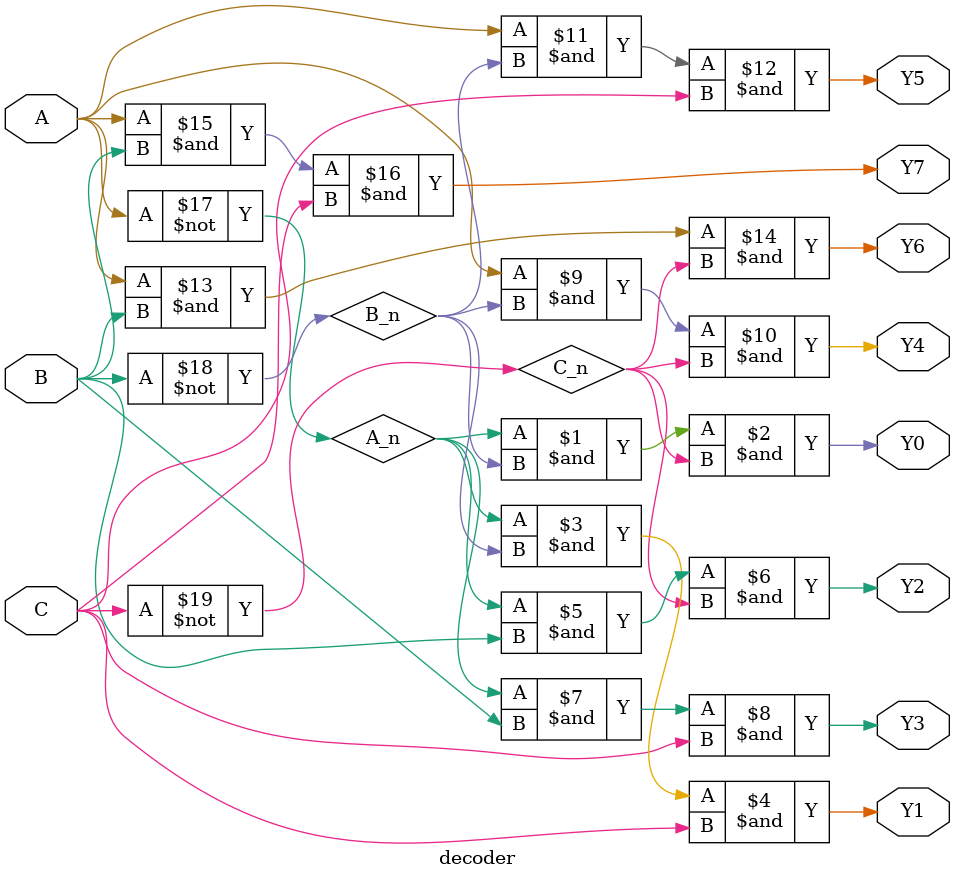
<source format=v>
`timescale 1ns / 1ps


module decoder(
    input A ,B, C,
    output Y0,Y1,Y2,Y3,Y4,Y5,Y6,Y7
    );
    wire A_n ,B_n ,C_n;
    
    not( A_n ,A  );
    not( B_n ,B  );
    not( C_n ,C  );
    
    and(Y0  ,A_n    ,B_n    ,C_n    );
    and(Y1  ,A_n    ,B_n    ,C      );
    and(Y2  ,A_n    ,B      ,C_n    );
    and(Y3  ,A_n    ,B      ,C      );
    and(Y4  ,A      ,B_n    ,C_n    );
    and(Y5  ,A      ,B_n    ,C     );
    and(Y6  ,A      ,B      ,C_n    );
    and(Y7  ,A      ,B      ,C      );
    
endmodule

</source>
